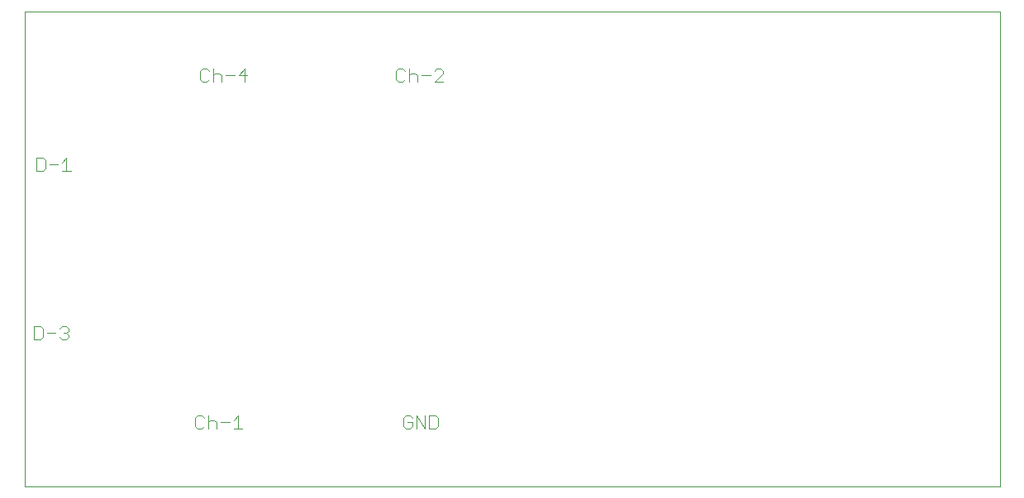
<source format=gbo>
G75*
%MOIN*%
%OFA0B0*%
%FSLAX24Y24*%
%IPPOS*%
%LPD*%
%AMOC8*
5,1,8,0,0,1.08239X$1,22.5*
%
%ADD10C,0.0000*%
%ADD11C,0.0040*%
D10*
X002390Y004393D02*
X002390Y023539D01*
X041730Y023539D01*
X041730Y004393D01*
X002390Y004393D01*
D11*
X009280Y006800D02*
X009366Y006713D01*
X009540Y006713D01*
X009626Y006800D01*
X009795Y006713D02*
X009795Y007234D01*
X009626Y007147D02*
X009540Y007234D01*
X009366Y007234D01*
X009280Y007147D01*
X009280Y006800D01*
X009795Y006974D02*
X009882Y007060D01*
X010055Y007060D01*
X010142Y006974D01*
X010142Y006713D01*
X010311Y006974D02*
X010658Y006974D01*
X010826Y007060D02*
X011000Y007234D01*
X011000Y006713D01*
X011173Y006713D02*
X010826Y006713D01*
X004158Y010400D02*
X004158Y010487D01*
X004071Y010574D01*
X003984Y010574D01*
X004071Y010574D02*
X004158Y010660D01*
X004158Y010747D01*
X004071Y010834D01*
X003898Y010834D01*
X003811Y010747D01*
X003642Y010574D02*
X003295Y010574D01*
X003126Y010747D02*
X003126Y010400D01*
X003040Y010313D01*
X002780Y010313D01*
X002780Y010834D01*
X003040Y010834D01*
X003126Y010747D01*
X003811Y010400D02*
X003898Y010313D01*
X004071Y010313D01*
X004158Y010400D01*
X004084Y017113D02*
X004084Y017634D01*
X003911Y017460D01*
X003742Y017374D02*
X003395Y017374D01*
X003226Y017547D02*
X003226Y017200D01*
X003140Y017113D01*
X002880Y017113D01*
X002880Y017634D01*
X003140Y017634D01*
X003226Y017547D01*
X003911Y017113D02*
X004258Y017113D01*
X009480Y020800D02*
X009566Y020713D01*
X009740Y020713D01*
X009826Y020800D01*
X009995Y020713D02*
X009995Y021234D01*
X009826Y021147D02*
X009740Y021234D01*
X009566Y021234D01*
X009480Y021147D01*
X009480Y020800D01*
X009995Y020974D02*
X010082Y021060D01*
X010255Y021060D01*
X010342Y020974D01*
X010342Y020713D01*
X010511Y020974D02*
X010858Y020974D01*
X011026Y020974D02*
X011287Y021234D01*
X011287Y020713D01*
X011373Y020974D02*
X011026Y020974D01*
X017380Y021147D02*
X017380Y020800D01*
X017466Y020713D01*
X017640Y020713D01*
X017726Y020800D01*
X017895Y020713D02*
X017895Y021234D01*
X017726Y021147D02*
X017640Y021234D01*
X017466Y021234D01*
X017380Y021147D01*
X017895Y020974D02*
X017982Y021060D01*
X018155Y021060D01*
X018242Y020974D01*
X018242Y020713D01*
X018411Y020974D02*
X018758Y020974D01*
X018926Y021147D02*
X019013Y021234D01*
X019187Y021234D01*
X019273Y021147D01*
X019273Y021060D01*
X018926Y020713D01*
X019273Y020713D01*
X018971Y007234D02*
X018711Y007234D01*
X018711Y006713D01*
X018971Y006713D01*
X019058Y006800D01*
X019058Y007147D01*
X018971Y007234D01*
X018542Y007234D02*
X018542Y006713D01*
X018195Y007234D01*
X018195Y006713D01*
X018026Y006800D02*
X018026Y006974D01*
X017853Y006974D01*
X018026Y007147D02*
X017940Y007234D01*
X017766Y007234D01*
X017680Y007147D01*
X017680Y006800D01*
X017766Y006713D01*
X017940Y006713D01*
X018026Y006800D01*
M02*

</source>
